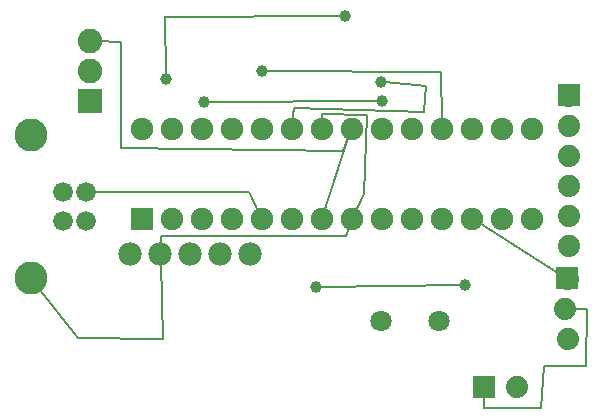
<source format=gbl>
G04 MADE WITH FRITZING*
G04 WWW.FRITZING.ORG*
G04 DOUBLE SIDED*
G04 HOLES PLATED*
G04 CONTOUR ON CENTER OF CONTOUR VECTOR*
%ASAXBY*%
%FSLAX23Y23*%
%MOIN*%
%OFA0B0*%
%SFA1.0B1.0*%
%ADD10C,0.039370*%
%ADD11C,0.075000*%
%ADD12C,0.070925*%
%ADD13C,0.070866*%
%ADD14C,0.082000*%
%ADD15C,0.078000*%
%ADD16C,0.074000*%
%ADD17C,0.066000*%
%ADD18C,0.110000*%
%ADD19R,0.075000X0.075000*%
%ADD20R,0.082000X0.082000*%
%ADD21C,0.008000*%
%ADD22R,0.001000X0.001000*%
%LNCOPPER0*%
G90*
G70*
G54D10*
X1035Y433D03*
X1534Y437D03*
X1254Y1116D03*
X664Y1050D03*
X1255Y1052D03*
X855Y1152D03*
X535Y1124D03*
X1134Y1336D03*
G54D11*
X455Y659D03*
X455Y959D03*
X555Y659D03*
X555Y959D03*
X655Y659D03*
X655Y959D03*
X755Y659D03*
X755Y959D03*
X855Y659D03*
X855Y959D03*
X955Y659D03*
X955Y959D03*
X1055Y659D03*
X1055Y959D03*
X1155Y659D03*
X1155Y959D03*
X1255Y659D03*
X1255Y959D03*
X1355Y659D03*
X1355Y959D03*
X1455Y659D03*
X1455Y959D03*
X1555Y659D03*
X1555Y959D03*
X1655Y659D03*
X1655Y959D03*
X1755Y659D03*
X1755Y959D03*
G54D12*
X1253Y318D03*
G54D13*
X1446Y318D03*
G54D14*
X282Y1052D03*
X282Y1152D03*
X282Y1252D03*
G54D15*
X418Y543D03*
X518Y543D03*
X618Y543D03*
X718Y543D03*
X818Y543D03*
G54D16*
X1880Y1070D03*
X1880Y970D03*
X1880Y870D03*
X1880Y770D03*
X1880Y670D03*
X1880Y570D03*
X1875Y459D03*
X1865Y359D03*
X1875Y259D03*
X1598Y99D03*
X1708Y99D03*
G54D17*
X271Y651D03*
X271Y750D03*
X193Y750D03*
X193Y651D03*
G54D18*
X86Y463D03*
X86Y937D03*
G54D19*
X455Y659D03*
G54D20*
X282Y1052D03*
G54D21*
X1520Y437D02*
X1049Y433D01*
D02*
X814Y750D02*
X295Y750D01*
D02*
X846Y680D02*
X814Y750D01*
D02*
X244Y262D02*
X528Y259D01*
D02*
X528Y259D02*
X519Y518D01*
D02*
X117Y423D02*
X244Y262D01*
D02*
X1148Y937D02*
X1063Y681D01*
D02*
X1575Y647D02*
X1853Y473D01*
D02*
X1404Y1101D02*
X1268Y1114D01*
D02*
X962Y1029D02*
X1396Y1016D01*
D02*
X1396Y1016D02*
X1404Y1101D01*
D02*
X957Y982D02*
X962Y1029D01*
D02*
X1241Y1052D02*
X677Y1050D01*
D02*
X385Y1248D02*
X309Y1251D01*
D02*
X1128Y884D02*
X385Y895D01*
D02*
X385Y895D02*
X385Y1248D01*
D02*
X1148Y937D02*
X1128Y884D01*
D02*
X1454Y1149D02*
X868Y1152D01*
D02*
X1455Y982D02*
X1454Y1149D01*
D02*
X535Y1137D02*
X533Y1334D01*
D02*
X533Y1333D02*
X1121Y1336D01*
D02*
X1208Y1006D02*
X1058Y1009D01*
D02*
X1058Y1009D02*
X1056Y982D01*
D02*
X1197Y741D02*
X1208Y1006D01*
D02*
X1166Y680D02*
X1197Y741D01*
D02*
X519Y602D02*
X519Y567D01*
D02*
X1137Y601D02*
X519Y602D01*
D02*
X1149Y637D02*
X1137Y601D01*
D02*
X1597Y29D02*
X1598Y73D01*
D02*
X1940Y357D02*
X1935Y170D01*
D02*
X1935Y170D02*
X1795Y167D01*
D02*
X1795Y167D02*
X1788Y29D01*
D02*
X1788Y29D02*
X1597Y29D01*
D02*
X1890Y358D02*
X1940Y357D01*
G54D22*
X1843Y1107D02*
X1915Y1107D01*
X1842Y1106D02*
X1915Y1106D01*
X1842Y1105D02*
X1915Y1105D01*
X1842Y1104D02*
X1915Y1104D01*
X1842Y1103D02*
X1915Y1103D01*
X1842Y1102D02*
X1915Y1102D01*
X1842Y1101D02*
X1915Y1101D01*
X1842Y1100D02*
X1915Y1100D01*
X1842Y1099D02*
X1915Y1099D01*
X1842Y1098D02*
X1915Y1098D01*
X1842Y1097D02*
X1915Y1097D01*
X1842Y1096D02*
X1915Y1096D01*
X1842Y1095D02*
X1915Y1095D01*
X1842Y1094D02*
X1915Y1094D01*
X1842Y1093D02*
X1915Y1093D01*
X1842Y1092D02*
X1915Y1092D01*
X1842Y1091D02*
X1915Y1091D01*
X1842Y1090D02*
X1875Y1090D01*
X1883Y1090D02*
X1915Y1090D01*
X1842Y1089D02*
X1871Y1089D01*
X1887Y1089D02*
X1915Y1089D01*
X1842Y1088D02*
X1869Y1088D01*
X1889Y1088D02*
X1915Y1088D01*
X1842Y1087D02*
X1867Y1087D01*
X1890Y1087D02*
X1915Y1087D01*
X1842Y1086D02*
X1866Y1086D01*
X1892Y1086D02*
X1915Y1086D01*
X1842Y1085D02*
X1865Y1085D01*
X1893Y1085D02*
X1915Y1085D01*
X1842Y1084D02*
X1864Y1084D01*
X1894Y1084D02*
X1915Y1084D01*
X1842Y1083D02*
X1863Y1083D01*
X1895Y1083D02*
X1915Y1083D01*
X1842Y1082D02*
X1862Y1082D01*
X1896Y1082D02*
X1915Y1082D01*
X1842Y1081D02*
X1862Y1081D01*
X1896Y1081D02*
X1915Y1081D01*
X1842Y1080D02*
X1861Y1080D01*
X1897Y1080D02*
X1915Y1080D01*
X1842Y1079D02*
X1860Y1079D01*
X1897Y1079D02*
X1915Y1079D01*
X1842Y1078D02*
X1860Y1078D01*
X1898Y1078D02*
X1915Y1078D01*
X1842Y1077D02*
X1860Y1077D01*
X1898Y1077D02*
X1915Y1077D01*
X1842Y1076D02*
X1859Y1076D01*
X1899Y1076D02*
X1915Y1076D01*
X1842Y1075D02*
X1859Y1075D01*
X1899Y1075D02*
X1915Y1075D01*
X1842Y1074D02*
X1859Y1074D01*
X1899Y1074D02*
X1915Y1074D01*
X1842Y1073D02*
X1859Y1073D01*
X1899Y1073D02*
X1915Y1073D01*
X1842Y1072D02*
X1859Y1072D01*
X1899Y1072D02*
X1915Y1072D01*
X1842Y1071D02*
X1858Y1071D01*
X1899Y1071D02*
X1915Y1071D01*
X1842Y1070D02*
X1858Y1070D01*
X1899Y1070D02*
X1915Y1070D01*
X1842Y1069D02*
X1858Y1069D01*
X1899Y1069D02*
X1915Y1069D01*
X1842Y1068D02*
X1859Y1068D01*
X1899Y1068D02*
X1915Y1068D01*
X1842Y1067D02*
X1859Y1067D01*
X1899Y1067D02*
X1915Y1067D01*
X1842Y1066D02*
X1859Y1066D01*
X1899Y1066D02*
X1915Y1066D01*
X1842Y1065D02*
X1859Y1065D01*
X1899Y1065D02*
X1915Y1065D01*
X1842Y1064D02*
X1859Y1064D01*
X1898Y1064D02*
X1915Y1064D01*
X1842Y1063D02*
X1860Y1063D01*
X1898Y1063D02*
X1915Y1063D01*
X1842Y1062D02*
X1860Y1062D01*
X1898Y1062D02*
X1915Y1062D01*
X1842Y1061D02*
X1861Y1061D01*
X1897Y1061D02*
X1915Y1061D01*
X1842Y1060D02*
X1861Y1060D01*
X1897Y1060D02*
X1915Y1060D01*
X1842Y1059D02*
X1862Y1059D01*
X1896Y1059D02*
X1915Y1059D01*
X1842Y1058D02*
X1863Y1058D01*
X1895Y1058D02*
X1915Y1058D01*
X1842Y1057D02*
X1864Y1057D01*
X1894Y1057D02*
X1915Y1057D01*
X1842Y1056D02*
X1865Y1056D01*
X1893Y1056D02*
X1915Y1056D01*
X1842Y1055D02*
X1866Y1055D01*
X1892Y1055D02*
X1915Y1055D01*
X1842Y1054D02*
X1867Y1054D01*
X1891Y1054D02*
X1915Y1054D01*
X1842Y1053D02*
X1869Y1053D01*
X1889Y1053D02*
X1915Y1053D01*
X1842Y1052D02*
X1870Y1052D01*
X1887Y1052D02*
X1915Y1052D01*
X1842Y1051D02*
X1873Y1051D01*
X1884Y1051D02*
X1915Y1051D01*
X1842Y1050D02*
X1915Y1050D01*
X1842Y1049D02*
X1915Y1049D01*
X1842Y1048D02*
X1915Y1048D01*
X1842Y1047D02*
X1915Y1047D01*
X1842Y1046D02*
X1915Y1046D01*
X1842Y1045D02*
X1915Y1045D01*
X1842Y1044D02*
X1915Y1044D01*
X1842Y1043D02*
X1915Y1043D01*
X1842Y1042D02*
X1915Y1042D01*
X1842Y1041D02*
X1915Y1041D01*
X1842Y1040D02*
X1915Y1040D01*
X1842Y1039D02*
X1915Y1039D01*
X1842Y1038D02*
X1915Y1038D01*
X1842Y1037D02*
X1915Y1037D01*
X1842Y1036D02*
X1915Y1036D01*
X1842Y1035D02*
X1915Y1035D01*
X1842Y1034D02*
X1915Y1034D01*
X1838Y497D02*
X1910Y497D01*
X1837Y496D02*
X1910Y496D01*
X1837Y495D02*
X1910Y495D01*
X1837Y494D02*
X1910Y494D01*
X1837Y493D02*
X1910Y493D01*
X1837Y492D02*
X1910Y492D01*
X1837Y491D02*
X1910Y491D01*
X1837Y490D02*
X1910Y490D01*
X1837Y489D02*
X1910Y489D01*
X1837Y488D02*
X1910Y488D01*
X1837Y487D02*
X1910Y487D01*
X1837Y486D02*
X1910Y486D01*
X1837Y485D02*
X1910Y485D01*
X1837Y484D02*
X1910Y484D01*
X1837Y483D02*
X1910Y483D01*
X1837Y482D02*
X1910Y482D01*
X1837Y481D02*
X1910Y481D01*
X1837Y480D02*
X1871Y480D01*
X1877Y480D02*
X1910Y480D01*
X1837Y479D02*
X1867Y479D01*
X1881Y479D02*
X1910Y479D01*
X1837Y478D02*
X1864Y478D01*
X1883Y478D02*
X1910Y478D01*
X1837Y477D02*
X1863Y477D01*
X1885Y477D02*
X1910Y477D01*
X1837Y476D02*
X1861Y476D01*
X1887Y476D02*
X1910Y476D01*
X1837Y475D02*
X1860Y475D01*
X1888Y475D02*
X1910Y475D01*
X1837Y474D02*
X1859Y474D01*
X1889Y474D02*
X1910Y474D01*
X1837Y473D02*
X1858Y473D01*
X1890Y473D02*
X1910Y473D01*
X1837Y472D02*
X1857Y472D01*
X1891Y472D02*
X1910Y472D01*
X1837Y471D02*
X1857Y471D01*
X1891Y471D02*
X1910Y471D01*
X1837Y470D02*
X1856Y470D01*
X1892Y470D02*
X1910Y470D01*
X1837Y469D02*
X1856Y469D01*
X1892Y469D02*
X1910Y469D01*
X1837Y468D02*
X1855Y468D01*
X1893Y468D02*
X1910Y468D01*
X1837Y467D02*
X1855Y467D01*
X1893Y467D02*
X1910Y467D01*
X1837Y466D02*
X1854Y466D01*
X1894Y466D02*
X1910Y466D01*
X1837Y465D02*
X1854Y465D01*
X1894Y465D02*
X1910Y465D01*
X1837Y464D02*
X1854Y464D01*
X1894Y464D02*
X1910Y464D01*
X1837Y463D02*
X1854Y463D01*
X1894Y463D02*
X1910Y463D01*
X1837Y462D02*
X1854Y462D01*
X1894Y462D02*
X1910Y462D01*
X1837Y461D02*
X1853Y461D01*
X1894Y461D02*
X1910Y461D01*
X1837Y460D02*
X1853Y460D01*
X1894Y460D02*
X1910Y460D01*
X1837Y459D02*
X1853Y459D01*
X1894Y459D02*
X1910Y459D01*
X1837Y458D02*
X1854Y458D01*
X1894Y458D02*
X1910Y458D01*
X1837Y457D02*
X1854Y457D01*
X1894Y457D02*
X1910Y457D01*
X1837Y456D02*
X1854Y456D01*
X1894Y456D02*
X1910Y456D01*
X1837Y455D02*
X1854Y455D01*
X1894Y455D02*
X1910Y455D01*
X1837Y454D02*
X1854Y454D01*
X1893Y454D02*
X1910Y454D01*
X1837Y453D02*
X1855Y453D01*
X1893Y453D02*
X1910Y453D01*
X1837Y452D02*
X1855Y452D01*
X1893Y452D02*
X1910Y452D01*
X1837Y451D02*
X1856Y451D01*
X1892Y451D02*
X1910Y451D01*
X1837Y450D02*
X1856Y450D01*
X1892Y450D02*
X1910Y450D01*
X1837Y449D02*
X1857Y449D01*
X1891Y449D02*
X1910Y449D01*
X1837Y448D02*
X1858Y448D01*
X1890Y448D02*
X1910Y448D01*
X1837Y447D02*
X1858Y447D01*
X1889Y447D02*
X1910Y447D01*
X1837Y446D02*
X1859Y446D01*
X1889Y446D02*
X1910Y446D01*
X1837Y445D02*
X1860Y445D01*
X1887Y445D02*
X1910Y445D01*
X1837Y444D02*
X1862Y444D01*
X1886Y444D02*
X1910Y444D01*
X1837Y443D02*
X1863Y443D01*
X1885Y443D02*
X1910Y443D01*
X1837Y442D02*
X1865Y442D01*
X1883Y442D02*
X1910Y442D01*
X1837Y441D02*
X1868Y441D01*
X1880Y441D02*
X1910Y441D01*
X1837Y440D02*
X1910Y440D01*
X1837Y439D02*
X1910Y439D01*
X1837Y438D02*
X1910Y438D01*
X1837Y437D02*
X1910Y437D01*
X1837Y436D02*
X1910Y436D01*
X1837Y435D02*
X1910Y435D01*
X1837Y434D02*
X1910Y434D01*
X1837Y433D02*
X1910Y433D01*
X1837Y432D02*
X1910Y432D01*
X1837Y431D02*
X1910Y431D01*
X1837Y430D02*
X1910Y430D01*
X1837Y429D02*
X1910Y429D01*
X1837Y428D02*
X1910Y428D01*
X1837Y427D02*
X1910Y427D01*
X1837Y426D02*
X1910Y426D01*
X1837Y425D02*
X1910Y425D01*
X1837Y424D02*
X1910Y424D01*
X1561Y136D02*
X1634Y136D01*
X1561Y135D02*
X1634Y135D01*
X1561Y134D02*
X1634Y134D01*
X1561Y133D02*
X1634Y133D01*
X1561Y132D02*
X1634Y132D01*
X1561Y131D02*
X1634Y131D01*
X1561Y130D02*
X1634Y130D01*
X1561Y129D02*
X1634Y129D01*
X1561Y128D02*
X1634Y128D01*
X1561Y127D02*
X1634Y127D01*
X1561Y126D02*
X1634Y126D01*
X1561Y125D02*
X1634Y125D01*
X1561Y124D02*
X1634Y124D01*
X1561Y123D02*
X1634Y123D01*
X1561Y122D02*
X1634Y122D01*
X1561Y121D02*
X1634Y121D01*
X1561Y120D02*
X1634Y120D01*
X1561Y119D02*
X1590Y119D01*
X1604Y119D02*
X1634Y119D01*
X1561Y118D02*
X1588Y118D01*
X1606Y118D02*
X1634Y118D01*
X1561Y117D02*
X1586Y117D01*
X1608Y117D02*
X1634Y117D01*
X1561Y116D02*
X1585Y116D01*
X1609Y116D02*
X1634Y116D01*
X1561Y115D02*
X1583Y115D01*
X1611Y115D02*
X1634Y115D01*
X1561Y114D02*
X1582Y114D01*
X1612Y114D02*
X1634Y114D01*
X1561Y113D02*
X1581Y113D01*
X1613Y113D02*
X1634Y113D01*
X1561Y112D02*
X1581Y112D01*
X1613Y112D02*
X1634Y112D01*
X1561Y111D02*
X1580Y111D01*
X1614Y111D02*
X1634Y111D01*
X1561Y110D02*
X1579Y110D01*
X1615Y110D02*
X1634Y110D01*
X1561Y109D02*
X1579Y109D01*
X1615Y109D02*
X1634Y109D01*
X1561Y108D02*
X1578Y108D01*
X1616Y108D02*
X1634Y108D01*
X1561Y107D02*
X1578Y107D01*
X1616Y107D02*
X1634Y107D01*
X1561Y106D02*
X1577Y106D01*
X1617Y106D02*
X1634Y106D01*
X1561Y105D02*
X1577Y105D01*
X1617Y105D02*
X1634Y105D01*
X1561Y104D02*
X1577Y104D01*
X1617Y104D02*
X1634Y104D01*
X1561Y103D02*
X1577Y103D01*
X1617Y103D02*
X1634Y103D01*
X1561Y102D02*
X1577Y102D01*
X1617Y102D02*
X1634Y102D01*
X1561Y101D02*
X1577Y101D01*
X1617Y101D02*
X1634Y101D01*
X1561Y100D02*
X1577Y100D01*
X1617Y100D02*
X1634Y100D01*
X1561Y99D02*
X1577Y99D01*
X1617Y99D02*
X1634Y99D01*
X1561Y98D02*
X1577Y98D01*
X1617Y98D02*
X1634Y98D01*
X1561Y97D02*
X1577Y97D01*
X1617Y97D02*
X1634Y97D01*
X1561Y96D02*
X1577Y96D01*
X1617Y96D02*
X1634Y96D01*
X1561Y95D02*
X1577Y95D01*
X1617Y95D02*
X1634Y95D01*
X1561Y94D02*
X1577Y94D01*
X1617Y94D02*
X1634Y94D01*
X1561Y93D02*
X1578Y93D01*
X1616Y93D02*
X1634Y93D01*
X1561Y92D02*
X1578Y92D01*
X1616Y92D02*
X1634Y92D01*
X1561Y91D02*
X1579Y91D01*
X1615Y91D02*
X1634Y91D01*
X1561Y90D02*
X1579Y90D01*
X1615Y90D02*
X1634Y90D01*
X1561Y89D02*
X1580Y89D01*
X1614Y89D02*
X1634Y89D01*
X1561Y88D02*
X1580Y88D01*
X1614Y88D02*
X1634Y88D01*
X1561Y87D02*
X1581Y87D01*
X1613Y87D02*
X1634Y87D01*
X1561Y86D02*
X1582Y86D01*
X1612Y86D02*
X1634Y86D01*
X1561Y85D02*
X1583Y85D01*
X1611Y85D02*
X1634Y85D01*
X1561Y84D02*
X1584Y84D01*
X1610Y84D02*
X1634Y84D01*
X1561Y83D02*
X1586Y83D01*
X1608Y83D02*
X1634Y83D01*
X1561Y82D02*
X1588Y82D01*
X1606Y82D02*
X1634Y82D01*
X1561Y81D02*
X1590Y81D01*
X1604Y81D02*
X1634Y81D01*
X1561Y80D02*
X1596Y80D01*
X1598Y80D02*
X1634Y80D01*
X1561Y79D02*
X1634Y79D01*
X1561Y78D02*
X1634Y78D01*
X1561Y77D02*
X1634Y77D01*
X1561Y76D02*
X1634Y76D01*
X1561Y75D02*
X1634Y75D01*
X1561Y74D02*
X1634Y74D01*
X1561Y73D02*
X1634Y73D01*
X1561Y72D02*
X1634Y72D01*
X1561Y71D02*
X1634Y71D01*
X1561Y70D02*
X1634Y70D01*
X1561Y69D02*
X1634Y69D01*
X1561Y68D02*
X1634Y68D01*
X1561Y67D02*
X1634Y67D01*
X1561Y66D02*
X1634Y66D01*
X1561Y65D02*
X1634Y65D01*
X1561Y64D02*
X1634Y64D01*
X1561Y63D02*
X1633Y63D01*
D02*
G04 End of Copper0*
M02*
</source>
